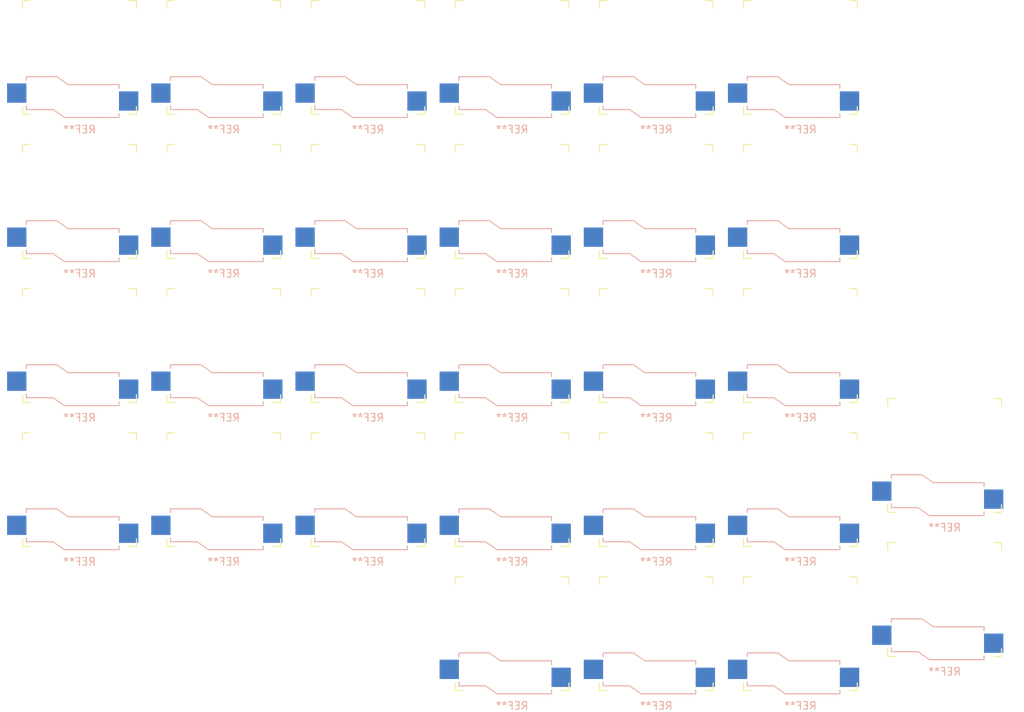
<source format=kicad_pcb>
(kicad_pcb (version 20240108) (generator "pcbnew") (generator_version "8.0")
  (layers (0 "F.Cu" signal) (31 "B.Cu" signal) (34 "B.Paste" user) (35 "F.Paste" user) (36 "B.SilkS" user "B.Silkscreen") (37 "F.SilkS" user "F.Silkscreen") (38 "B.Mask" user) (39 "F.Mask" user) (44 "Edge.Cuts" user))
  (net 0 "")
  (footprint "lowProfileSplit:Gateron_Low_Profile_Socket" (layer "F.Cu") (at 156 76)
    (property "Reference" "REF**" (at 0 9.5 0) (layer "B.SilkS") (effects (justify mirror)))
    (property "Value" "Gateron_Low_Profile_Socket")
    (pad "" np_thru_hole circle (at -4.4 4.7) (size 3 3) (drill 3) (layers "F&B.Cu" "*.Mask"))
    (pad "" np_thru_hole circle (at 0 0) (size 5.1 5.1) (drill 5.1) (layers "F&B.Cu" "*.Mask"))
    (pad "" np_thru_hole circle (at 2.6 5.75) (size 3 3) (drill 3) (layers "F&B.Cu" "*.Mask"))
    (pad "1" smd rect (at -8.275 4.7) (size 2.55 2.55) (layers "B.Cu" "B.Paste" "B.Mask"))
    (pad "2" smd rect (at 6.475 5.75) (size 2.55 2.55) (layers "B.Cu" "B.Paste" "B.Mask"))
  )
  (footprint "lowProfileSplit:Gateron_Low_Profile_Socket" (layer "F.Cu") (at 137 57)
    (property "Reference" "REF**" (at 0 9.5 0) (layer "B.SilkS") (effects (justify mirror)))
    (property "Value" "Gateron_Low_Profile_Socket")
    (pad "" np_thru_hole circle (at -4.4 4.7) (size 3 3) (drill 3) (layers "F&B.Cu" "*.Mask"))
    (pad "" np_thru_hole circle (at 0 0) (size 5.1 5.1) (drill 5.1) (layers "F&B.Cu" "*.Mask"))
    (pad "" np_thru_hole circle (at 2.6 5.75) (size 3 3) (drill 3) (layers "F&B.Cu" "*.Mask"))
    (pad "1" smd rect (at -8.275 4.7) (size 2.55 2.55) (layers "B.Cu" "B.Paste" "B.Mask"))
    (pad "2" smd rect (at 6.475 5.75) (size 2.55 2.55) (layers "B.Cu" "B.Paste" "B.Mask"))
  )
  (footprint "lowProfileSplit:Gateron_Low_Profile_Socket" (layer "F.Cu") (at 118 114)
    (property "Reference" "REF**" (at 0 9.5 0) (layer "B.SilkS") (effects (justify mirror)))
    (property "Value" "Gateron_Low_Profile_Socket")
    (pad "" np_thru_hole circle (at -4.4 4.7) (size 3 3) (drill 3) (layers "F&B.Cu" "*.Mask"))
    (pad "" np_thru_hole circle (at 0 0) (size 5.1 5.1) (drill 5.1) (layers "F&B.Cu" "*.Mask"))
    (pad "" np_thru_hole circle (at 2.6 5.75) (size 3 3) (drill 3) (layers "F&B.Cu" "*.Mask"))
    (pad "1" smd rect (at -8.275 4.7) (size 2.55 2.55) (layers "B.Cu" "B.Paste" "B.Mask"))
    (pad "2" smd rect (at 6.475 5.75) (size 2.55 2.55) (layers "B.Cu" "B.Paste" "B.Mask"))
  )
  (footprint "lowProfileSplit:Gateron_Low_Profile_Socket" (layer "F.Cu") (at 137 114)
    (property "Reference" "REF**" (at 0 9.5 0) (layer "B.SilkS") (effects (justify mirror)))
    (property "Value" "Gateron_Low_Profile_Socket")
    (pad "" np_thru_hole circle (at -4.4 4.7) (size 3 3) (drill 3) (layers "F&B.Cu" "*.Mask"))
    (pad "" np_thru_hole circle (at 0 0) (size 5.1 5.1) (drill 5.1) (layers "F&B.Cu" "*.Mask"))
    (pad "" np_thru_hole circle (at 2.6 5.75) (size 3 3) (drill 3) (layers "F&B.Cu" "*.Mask"))
    (pad "1" smd rect (at -8.275 4.7) (size 2.55 2.55) (layers "B.Cu" "B.Paste" "B.Mask"))
    (pad "2" smd rect (at 6.475 5.75) (size 2.55 2.55) (layers "B.Cu" "B.Paste" "B.Mask"))
  )
  (footprint "lowProfileSplit:Gateron_Low_Profile_Socket" (layer "F.Cu") (at 80 95)
    (property "Reference" "REF**" (at 0 9.5 0) (layer "B.SilkS") (effects (justify mirror)))
    (property "Value" "Gateron_Low_Profile_Socket")
    (pad "" np_thru_hole circle (at -4.4 4.7) (size 3 3) (drill 3) (layers "F&B.Cu" "*.Mask"))
    (pad "" np_thru_hole circle (at 0 0) (size 5.1 5.1) (drill 5.1) (layers "F&B.Cu" "*.Mask"))
    (pad "" np_thru_hole circle (at 2.6 5.75) (size 3 3) (drill 3) (layers "F&B.Cu" "*.Mask"))
    (pad "1" smd rect (at -8.275 4.7) (size 2.55 2.55) (layers "B.Cu" "B.Paste" "B.Mask"))
    (pad "2" smd rect (at 6.475 5.75) (size 2.55 2.55) (layers "B.Cu" "B.Paste" "B.Mask"))
  )
  (footprint "lowProfileSplit:Gateron_Low_Profile_Socket" (layer "F.Cu") (at 156 114)
    (property "Reference" "REF**" (at 0 9.5 0) (layer "B.SilkS") (effects (justify mirror)))
    (property "Value" "Gateron_Low_Profile_Socket")
    (pad "" np_thru_hole circle (at -4.4 4.7) (size 3 3) (drill 3) (layers "F&B.Cu" "*.Mask"))
    (pad "" np_thru_hole circle (at 0 0) (size 5.1 5.1) (drill 5.1) (layers "F&B.Cu" "*.Mask"))
    (pad "" np_thru_hole circle (at 2.6 5.75) (size 3 3) (drill 3) (layers "F&B.Cu" "*.Mask"))
    (pad "1" smd rect (at -8.275 4.7) (size 2.55 2.55) (layers "B.Cu" "B.Paste" "B.Mask"))
    (pad "2" smd rect (at 6.475 5.75) (size 2.55 2.55) (layers "B.Cu" "B.Paste" "B.Mask"))
  )
  (footprint "lowProfileSplit:Gateron_Low_Profile_Socket" (layer "F.Cu") (at 175 57)
    (property "Reference" "REF**" (at 0 9.5 0) (layer "B.SilkS") (effects (justify mirror)))
    (property "Value" "Gateron_Low_Profile_Socket")
    (pad "" np_thru_hole circle (at -4.4 4.7) (size 3 3) (drill 3) (layers "F&B.Cu" "*.Mask"))
    (pad "" np_thru_hole circle (at 0 0) (size 5.1 5.1) (drill 5.1) (layers "F&B.Cu" "*.Mask"))
    (pad "" np_thru_hole circle (at 2.6 5.75) (size 3 3) (drill 3) (layers "F&B.Cu" "*.Mask"))
    (pad "1" smd rect (at -8.275 4.7) (size 2.55 2.55) (layers "B.Cu" "B.Paste" "B.Mask"))
    (pad "2" smd rect (at 6.475 5.75) (size 2.55 2.55) (layers "B.Cu" "B.Paste" "B.Mask"))
  )
  (footprint "lowProfileSplit:Gateron_Low_Profile_Socket" (layer "F.Cu") (at 137 76)
    (property "Reference" "REF**" (at 0 9.5 0) (layer "B.SilkS") (effects (justify mirror)))
    (property "Value" "Gateron_Low_Profile_Socket")
    (pad "" np_thru_hole circle (at -4.4 4.7) (size 3 3) (drill 3) (layers "F&B.Cu" "*.Mask"))
    (pad "" np_thru_hole circle (at 0 0) (size 5.1 5.1) (drill 5.1) (layers "F&B.Cu" "*.Mask"))
    (pad "" np_thru_hole circle (at 2.6 5.75) (size 3 3) (drill 3) (layers "F&B.Cu" "*.Mask"))
    (pad "1" smd rect (at -8.275 4.7) (size 2.55 2.55) (layers "B.Cu" "B.Paste" "B.Mask"))
    (pad "2" smd rect (at 6.475 5.75) (size 2.55 2.55) (layers "B.Cu" "B.Paste" "B.Mask"))
  )
  (footprint "lowProfileSplit:Gateron_Low_Profile_Socket" (layer "F.Cu") (at 99 57)
    (property "Reference" "REF**" (at 0 9.5 0) (layer "B.SilkS") (effects (justify mirror)))
    (property "Value" "Gateron_Low_Profile_Socket")
    (pad "" np_thru_hole circle (at -4.4 4.7) (size 3 3) (drill 3) (layers "F&B.Cu" "*.Mask"))
    (pad "" np_thru_hole circle (at 0 0) (size 5.1 5.1) (drill 5.1) (layers "F&B.Cu" "*.Mask"))
    (pad "" np_thru_hole circle (at 2.6 5.75) (size 3 3) (drill 3) (layers "F&B.Cu" "*.Mask"))
    (pad "1" smd rect (at -8.275 4.7) (size 2.55 2.55) (layers "B.Cu" "B.Paste" "B.Mask"))
    (pad "2" smd rect (at 6.475 5.75) (size 2.55 2.55) (layers "B.Cu" "B.Paste" "B.Mask"))
  )
  (footprint "lowProfileSplit:Gateron_Low_Profile_Socket" (layer "F.Cu") (at 194 109.5)
    (property "Reference" "REF**" (at 0 9.5 0) (layer "B.SilkS") (effects (justify mirror)))
    (property "Value" "Gateron_Low_Profile_Socket")
    (pad "" np_thru_hole circle (at -4.4 4.7) (size 3 3) (drill 3) (layers "F&B.Cu" "*.Mask"))
    (pad "" np_thru_hole circle (at 0 0) (size 5.1 5.1) (drill 5.1) (layers "F&B.Cu" "*.Mask"))
    (pad "" np_thru_hole circle (at 2.6 5.75) (size 3 3) (drill 3) (layers "F&B.Cu" "*.Mask"))
    (pad "1" smd rect (at -8.275 4.7) (size 2.55 2.55) (layers "B.Cu" "B.Paste" "B.Mask"))
    (pad "2" smd rect (at 6.475 5.75) (size 2.55 2.55) (layers "B.Cu" "B.Paste" "B.Mask"))
  )
  (footprint "lowProfileSplit:Gateron_Low_Profile_Socket" (layer "F.Cu") (at 137 95)
    (property "Reference" "REF**" (at 0 9.5 0) (layer "B.SilkS") (effects (justify mirror)))
    (property "Value" "Gateron_Low_Profile_Socket")
    (pad "" np_thru_hole circle (at -4.4 4.7) (size 3 3) (drill 3) (layers "F&B.Cu" "*.Mask"))
    (pad "" np_thru_hole circle (at 0 0) (size 5.1 5.1) (drill 5.1) (layers "F&B.Cu" "*.Mask"))
    (pad "" np_thru_hole circle (at 2.6 5.75) (size 3 3) (drill 3) (layers "F&B.Cu" "*.Mask"))
    (pad "1" smd rect (at -8.275 4.7) (size 2.55 2.55) (layers "B.Cu" "B.Paste" "B.Mask"))
    (pad "2" smd rect (at 6.475 5.75) (size 2.55 2.55) (layers "B.Cu" "B.Paste" "B.Mask"))
  )
  (footprint "lowProfileSplit:Gateron_Low_Profile_Socket" (layer "F.Cu") (at 80 114)
    (property "Reference" "REF**" (at 0 9.5 0) (layer "B.SilkS") (effects (justify mirror)))
    (property "Value" "Gateron_Low_Profile_Socket")
    (pad "" np_thru_hole circle (at -4.4 4.7) (size 3 3) (drill 3) (layers "F&B.Cu" "*.Mask"))
    (pad "" np_thru_hole circle (at 0 0) (size 5.1 5.1) (drill 5.1) (layers "F&B.Cu" "*.Mask"))
    (pad "" np_thru_hole circle (at 2.6 5.75) (size 3 3) (drill 3) (layers "F&B.Cu" "*.Mask"))
    (pad "1" smd rect (at -8.275 4.7) (size 2.55 2.55) (layers "B.Cu" "B.Paste" "B.Mask"))
    (pad "2" smd rect (at 6.475 5.75) (size 2.55 2.55) (layers "B.Cu" "B.Paste" "B.Mask"))
  )
  (footprint "lowProfileSplit:Gateron_Low_Profile_Socket" (layer "F.Cu") (at 99 76)
    (property "Reference" "REF**" (at 0 9.5 0) (layer "B.SilkS") (effects (justify mirror)))
    (property "Value" "Gateron_Low_Profile_Socket")
    (pad "" np_thru_hole circle (at -4.4 4.7) (size 3 3) (drill 3) (layers "F&B.Cu" "*.Mask"))
    (pad "" np_thru_hole circle (at 0 0) (size 5.1 5.1) (drill 5.1) (layers "F&B.Cu" "*.Mask"))
    (pad "" np_thru_hole circle (at 2.6 5.75) (size 3 3) (drill 3) (layers "F&B.Cu" "*.Mask"))
    (pad "1" smd rect (at -8.275 4.7) (size 2.55 2.55) (layers "B.Cu" "B.Paste" "B.Mask"))
    (pad "2" smd rect (at 6.475 5.75) (size 2.55 2.55) (layers "B.Cu" "B.Paste" "B.Mask"))
  )
  (footprint "lowProfileSplit:Gateron_Low_Profile_Socket" (layer "F.Cu") (at 137 133)
    (property "Reference" "REF**" (at 0 9.5 0) (layer "B.SilkS") (effects (justify mirror)))
    (property "Value" "Gateron_Low_Profile_Socket")
    (pad "" np_thru_hole circle (at -4.4 4.7) (size 3 3) (drill 3) (layers "F&B.Cu" "*.Mask"))
    (pad "" np_thru_hole circle (at 0 0) (size 5.1 5.1) (drill 5.1) (layers "F&B.Cu" "*.Mask"))
    (pad "" np_thru_hole circle (at 2.6 5.75) (size 3 3) (drill 3) (layers "F&B.Cu" "*.Mask"))
    (pad "1" smd rect (at -8.275 4.7) (size 2.55 2.55) (layers "B.Cu" "B.Paste" "B.Mask"))
    (pad "2" smd rect (at 6.475 5.75) (size 2.55 2.55) (layers "B.Cu" "B.Paste" "B.Mask"))
  )
  (footprint "lowProfileSplit:Gateron_Low_Profile_Socket" (layer "F.Cu") (at 156 95)
    (property "Reference" "REF**" (at 0 9.5 0) (layer "B.SilkS") (effects (justify mirror)))
    (property "Value" "Gateron_Low_Profile_Socket")
    (pad "" np_thru_hole circle (at -4.4 4.7) (size 3 3) (drill 3) (layers "F&B.Cu" "*.Mask"))
    (pad "" np_thru_hole circle (at 0 0) (size 5.1 5.1) (drill 5.1) (layers "F&B.Cu" "*.Mask"))
    (pad "" np_thru_hole circle (at 2.6 5.75) (size 3 3) (drill 3) (layers "F&B.Cu" "*.Mask"))
    (pad "1" smd rect (at -8.275 4.7) (size 2.55 2.55) (layers "B.Cu" "B.Paste" "B.Mask"))
    (pad "2" smd rect (at 6.475 5.75) (size 2.55 2.55) (layers "B.Cu" "B.Paste" "B.Mask"))
  )
  (footprint "lowProfileSplit:Gateron_Low_Profile_Socket" (layer "F.Cu") (at 175 95)
    (property "Reference" "REF**" (at 0 9.5 0) (layer "B.SilkS") (effects (justify mirror)))
    (property "Value" "Gateron_Low_Profile_Socket")
    (pad "" np_thru_hole circle (at -4.4 4.7) (size 3 3) (drill 3) (layers "F&B.Cu" "*.Mask"))
    (pad "" np_thru_hole circle (at 0 0) (size 5.1 5.1) (drill 5.1) (layers "F&B.Cu" "*.Mask"))
    (pad "" np_thru_hole circle (at 2.6 5.75) (size 3 3) (drill 3) (layers "F&B.Cu" "*.Mask"))
    (pad "1" smd rect (at -8.275 4.7) (size 2.55 2.55) (layers "B.Cu" "B.Paste" "B.Mask"))
    (pad "2" smd rect (at 6.475 5.75) (size 2.55 2.55) (layers "B.Cu" "B.Paste" "B.Mask"))
  )
  (footprint "lowProfileSplit:Gateron_Low_Profile_Socket" (layer "F.Cu") (at 118 76)
    (property "Reference" "REF**" (at 0 9.5 0) (layer "B.SilkS") (effects (justify mirror)))
    (property "Value" "Gateron_Low_Profile_Socket")
    (pad "" np_thru_hole circle (at -4.4 4.7) (size 3 3) (drill 3) (layers "F&B.Cu" "*.Mask"))
    (pad "" np_thru_hole circle (at 0 0) (size 5.1 5.1) (drill 5.1) (layers "F&B.Cu" "*.Mask"))
    (pad "" np_thru_hole circle (at 2.6 5.75) (size 3 3) (drill 3) (layers "F&B.Cu" "*.Mask"))
    (pad "1" smd rect (at -8.275 4.7) (size 2.55 2.55) (layers "B.Cu" "B.Paste" "B.Mask"))
    (pad "2" smd rect (at 6.475 5.75) (size 2.55 2.55) (layers "B.Cu" "B.Paste" "B.Mask"))
  )
  (footprint "lowProfileSplit:Gateron_Low_Profile_Socket" (layer "F.Cu") (at 156 133)
    (property "Reference" "REF**" (at 0 9.5 0) (layer "B.SilkS") (effects (justify mirror)))
    (property "Value" "Gateron_Low_Profile_Socket")
    (pad "" np_thru_hole circle (at -4.4 4.7) (size 3 3) (drill 3) (layers "F&B.Cu" "*.Mask"))
    (pad "" np_thru_hole circle (at 0 0) (size 5.1 5.1) (drill 5.1) (layers "F&B.Cu" "*.Mask"))
    (pad "" np_thru_hole circle (at 2.6 5.75) (size 3 3) (drill 3) (layers "F&B.Cu" "*.Mask"))
    (pad "1" smd rect (at -8.275 4.7) (size 2.55 2.55) (layers "B.Cu" "B.Paste" "B.Mask"))
    (pad "2" smd rect (at 6.475 5.75) (size 2.55 2.55) (layers "B.Cu" "B.Paste" "B.Mask"))
  )
  (footprint "lowProfileSplit:Gateron_Low_Profile_Socket" (layer "F.Cu") (at 99 95)
    (property "Reference" "REF**" (at 0 9.5 0) (layer "B.SilkS") (effects (justify mirror)))
    (property "Value" "Gateron_Low_Profile_Socket")
    (pad "" np_thru_hole circle (at -4.4 4.7) (size 3 3) (drill 3) (layers "F&B.Cu" "*.Mask"))
    (pad "" np_thru_hole circle (at 0 0) (size 5.1 5.1) (drill 5.1) (layers "F&B.Cu" "*.Mask"))
    (pad "" np_thru_hole circle (at 2.6 5.75) (size 3 3) (drill 3) (layers "F&B.Cu" "*.Mask"))
    (pad "1" smd rect (at -8.275 4.7) (size 2.55 2.55) (layers "B.Cu" "B.Paste" "B.Mask"))
    (pad "2" smd rect (at 6.475 5.75) (size 2.55 2.55) (layers "B.Cu" "B.Paste" "B.Mask"))
  )
  (footprint "lowProfileSplit:Gateron_Low_Profile_Socket" (layer "F.Cu") (at 175 76)
    (property "Reference" "REF**" (at 0 9.5 0) (layer "B.SilkS") (effects (justify mirror)))
    (property "Value" "Gateron_Low_Profile_Socket")
    (pad "" np_thru_hole circle (at -4.4 4.7) (size 3 3) (drill 3) (layers "F&B.Cu" "*.Mask"))
    (pad "" np_thru_hole circle (at 0 0) (size 5.1 5.1) (drill 5.1) (layers "F&B.Cu" "*.Mask"))
    (pad "" np_thru_hole circle (at 2.6 5.75) (size 3 3) (drill 3) (layers "F&B.Cu" "*.Mask"))
    (pad "1" smd rect (at -8.275 4.7) (size 2.55 2.55) (layers "B.Cu" "B.Paste" "B.Mask"))
    (pad "2" smd rect (at 6.475 5.75) (size 2.55 2.55) (layers "B.Cu" "B.Paste" "B.Mask"))
  )
  (footprint "lowProfileSplit:Gateron_Low_Profile_Socket" (layer "F.Cu") (at 80 57)
    (property "Reference" "REF**" (at 0 9.5 0) (layer "B.SilkS") (effects (justify mirror)))
    (property "Value" "Gateron_Low_Profile_Socket")
    (pad "" np_thru_hole circle (at -4.4 4.7) (size 3 3) (drill 3) (layers "F&B.Cu" "*.Mask"))
    (pad "" np_thru_hole circle (at 0 0) (size 5.1 5.1) (drill 5.1) (layers "F&B.Cu" "*.Mask"))
    (pad "" np_thru_hole circle (at 2.6 5.75) (size 3 3) (drill 3) (layers "F&B.Cu" "*.Mask"))
    (pad "1" smd rect (at -8.275 4.7) (size 2.55 2.55) (layers "B.Cu" "B.Paste" "B.Mask"))
    (pad "2" smd rect (at 6.475 5.75) (size 2.55 2.55) (layers "B.Cu" "B.Paste" "B.Mask"))
  )
  (footprint "lowProfileSplit:Gateron_Low_Profile_Socket" (layer "F.Cu") (at 118 57)
    (property "Reference" "REF**" (at 0 9.5 0) (layer "B.SilkS") (effects (justify mirror)))
    (property "Value" "Gateron_Low_Profile_Socket")
    (pad "" np_thru_hole circle (at -4.4 4.7) (size 3 3) (drill 3) (layers "F&B.Cu" "*.Mask"))
    (pad "" np_thru_hole circle (at 0 0) (size 5.1 5.1) (drill 5.1) (layers "F&B.Cu" "*.Mask"))
    (pad "" np_thru_hole circle (at 2.6 5.75) (size 3 3) (drill 3) (layers "F&B.Cu" "*.Mask"))
    (pad "1" smd rect (at -8.275 4.7) (size 2.55 2.55) (layers "B.Cu" "B.Paste" "B.Mask"))
    (pad "2" smd rect (at 6.475 5.75) (size 2.55 2.55) (layers "B.Cu" "B.Paste" "B.Mask"))
  )
  (footprint "lowProfileSplit:Gateron_Low_Profile_Socket" (layer "F.Cu") (at 118 95)
    (property "Reference" "REF**" (at 0 9.5 0) (layer "B.SilkS") (effects (justify mirror)))
    (property "Value" "Gateron_Low_Profile_Socket")
    (pad "" np_thru_hole circle (at -4.4 4.7) (size 3 3) (drill 3) (layers "F&B.Cu" "*.Mask"))
    (pad "" np_thru_hole circle (at 0 0) (size 5.1 5.1) (drill 5.1) (layers "F&B.Cu" "*.Mask"))
    (pad "" np_thru_hole circle (at 2.6 5.75) (size 3 3) (drill 3) (layers "F&B.Cu" "*.Mask"))
    (pad "1" smd rect (at -8.275 4.7) (size 2.55 2.55) (layers "B.Cu" "B.Paste" "B.Mask"))
    (pad "2" smd rect (at 6.475 5.75) (size 2.55 2.55) (layers "B.Cu" "B.Paste" "B.Mask"))
  )
  (footprint "lowProfileSplit:Gateron_Low_Profile_Socket" (layer "F.Cu") (at 80 76)
    (property "Reference" "REF**" (at 0 9.5 0) (layer "B.SilkS") (effects (justify mirror)))
    (property "Value" "Gateron_Low_Profile_Socket")
    (pad "" np_thru_hole circle (at -4.4 4.7) (size 3 3) (drill 3) (layers "F&B.Cu" "*.Mask"))
    (pad "" np_thru_hole circle (at 0 0) (size 5.1 5.1) (drill 5.1) (layers "F&B.Cu" "*.Mask"))
    (pad "" np_thru_hole circle (at 2.6 5.75) (size 3 3) (drill 3) (layers "F&B.Cu" "*.Mask"))
    (pad "1" smd rect (at -8.275 4.7) (size 2.55 2.55) (layers "B.Cu" "B.Paste" "B.Mask"))
    (pad "2" smd rect (at 6.475 5.75) (size 2.55 2.55) (layers "B.Cu" "B.Paste" "B.Mask"))
  )
  (footprint "lowProfileSplit:Gateron_Low_Profile_Socket" (layer "F.Cu") (at 194 128.5)
    (property "Reference" "REF**" (at 0 9.5 0) (layer "B.SilkS") (effects (justify mirror)))
    (property "Value" "Gateron_Low_Profile_Socket")
    (pad "" np_thru_hole circle (at -4.4 4.7) (size 3 3) (drill 3) (layers "F&B.Cu" "*.Mask"))
    (pad "" np_thru_hole circle (at 0 0) (size 5.1 5.1) (drill 5.1) (layers "F&B.Cu" "*.Mask"))
    (pad "" np_thru_hole circle (at 2.6 5.75) (size 3 3) (drill 3) (layers "F&B.Cu" "*.Mask"))
    (pad "1" smd rect (at -8.275 4.7) (size 2.55 2.55) (layers "B.Cu" "B.Paste" "B.Mask"))
    (pad "2" smd rect (at 6.475 5.75) (size 2.55 2.55) (layers "B.Cu" "B.Paste" "B.Mask"))
  )
  (footprint "lowProfileSplit:Gateron_Low_Profile_Socket" (layer "F.Cu") (at 99 114)
    (property "Reference" "REF**" (at 0 9.5 0) (layer "B.SilkS") (effects (justify mirror)))
    (property "Value" "Gateron_Low_Profile_Socket")
    (pad "" np_thru_hole circle (at -4.4 4.7) (size 3 3) (drill 3) (layers "F&B.Cu" "*.Mask"))
    (pad "" np_thru_hole circle (at 0 0) (size 5.1 5.1) (drill 5.1) (layers "F&B.Cu" "*.Mask"))
    (pad "" np_thru_hole circle (at 2.6 5.75) (size 3 3) (drill 3) (layers "F&B.Cu" "*.Mask"))
    (pad "1" smd rect (at -8.275 4.7) (size 2.55 2.55) (layers "B.Cu" "B.Paste" "B.Mask"))
    (pad "2" smd rect (at 6.475 5.75) (size 2.55 2.55) (layers "B.Cu" "B.Paste" "B.Mask"))
  )
  (footprint "lowProfileSplit:Gateron_Low_Profile_Socket" (layer "F.Cu") (at 175 133)
    (property "Reference" "REF**" (at 0 9.5 0) (layer "B.SilkS") (effects (justify mirror)))
    (property "Value" "Gateron_Low_Profile_Socket")
    (pad "" np_thru_hole circle (at -4.4 4.7) (size 3 3) (drill 3) (layers "F&B.Cu" "*.Mask"))
    (pad "" np_thru_hole circle (at 0 0) (size 5.1 5.1) (drill 5.1) (layers "F&B.Cu" "*.Mask"))
    (pad "" np_thru_hole circle (at 2.6 5.75) (size 3 3) (drill 3) (layers "F&B.Cu" "*.Mask"))
    (pad "1" smd rect (at -8.275 4.7) (size 2.55 2.55) (layers "B.Cu" "B.Paste" "B.Mask"))
    (pad "2" smd rect (at 6.475 5.75) (size 2.55 2.55) (layers "B.Cu" "B.Paste" "B.Mask"))
  )
  (footprint "lowProfileSplit:Gateron_Low_Profile_Socket" (layer "F.Cu") (at 175 114)
    (property "Reference" "REF**" (at 0 9.5 0) (layer "B.SilkS") (effects (justify mirror)))
    (property "Value" "Gateron_Low_Profile_Socket")
    (pad "" np_thru_hole circle (at -4.4 4.7) (size 3 3) (drill 3) (layers "F&B.Cu" "*.Mask"))
    (pad "" np_thru_hole circle (at 0 0) (size 5.1 5.1) (drill 5.1) (layers "F&B.Cu" "*.Mask"))
    (pad "" np_thru_hole circle (at 2.6 5.75) (size 3 3) (drill 3) (layers "F&B.Cu" "*.Mask"))
    (pad "1" smd rect (at -8.275 4.7) (size 2.55 2.55) (layers "B.Cu" "B.Paste" "B.Mask"))
    (pad "2" smd rect (at 6.475 5.75) (size 2.55 2.55) (layers "B.Cu" "B.Paste" "B.Mask"))
  )
  (footprint "lowProfileSplit:Gateron_Low_Profile_Socket" (layer "F.Cu") (at 156 57)
    (property "Reference" "REF**" (at 0 9.5 0) (layer "B.SilkS") (effects (justify mirror)))
    (property "Value" "Gateron_Low_Profile_Socket")
    (pad "" np_thru_hole circle (at -4.4 4.7) (size 3 3) (drill 3) (layers "F&B.Cu" "*.Mask"))
    (pad "" np_thru_hole circle (at 0 0) (size 5.1 5.1) (drill 5.1) (layers "F&B.Cu" "*.Mask"))
    (pad "" np_thru_hole circle (at 2.6 5.75) (size 3 3) (drill 3) (layers "F&B.Cu" "*.Mask"))
    (pad "1" smd rect (at -8.275 4.7) (size 2.55 2.55) (layers "B.Cu" "B.Paste" "B.Mask"))
    (pad "2" smd rect (at 6.475 5.75) (size 2.55 2.55) (layers "B.Cu" "B.Paste" "B.Mask"))
  )
)
</source>
